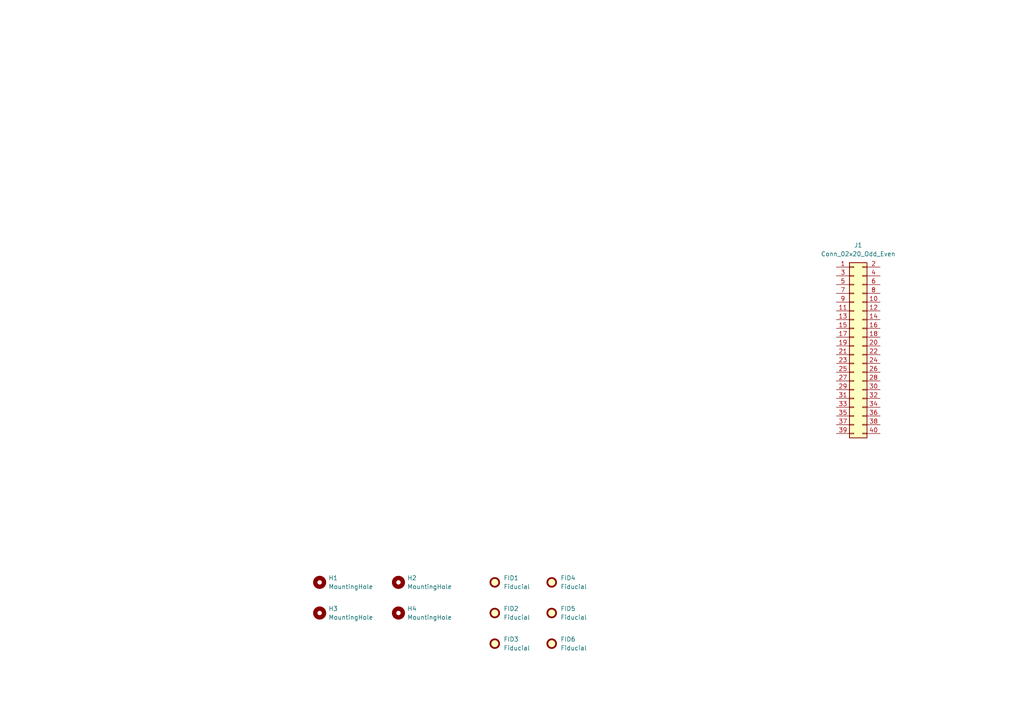
<source format=kicad_sch>
(kicad_sch (version 20231120) (generator "eeschema") (generator_version "8.0")
  (paper "A4")
  (lib_symbols
    (symbol "Connector_Generic:Conn_02x20_Odd_Even" (pin_names (offset 1.016) hide)
      (property "Reference" "J" (at 1.27 25.4 0))
      (property "Value" "Conn_02x20_Odd_Even" (at 1.27 -27.94 0))
      (symbol "Conn_02x20_Odd_Even_1_1"
        (rectangle (start -1.27 -25.273) (end 0 -25.527) (stroke (width 0.1524)))
        (rectangle (start -1.27 -22.733) (end 0 -22.987) (stroke (width 0.1524)))
        (rectangle (start -1.27 -20.193) (end 0 -20.447) (stroke (width 0.1524)))
        (rectangle (start -1.27 -17.653) (end 0 -17.907) (stroke (width 0.1524)))
        (rectangle (start -1.27 -15.113) (end 0 -15.367) (stroke (width 0.1524)))
        (rectangle (start -1.27 -12.573) (end 0 -12.827) (stroke (width 0.1524)))
        (rectangle (start -1.27 -10.033) (end 0 -10.287) (stroke (width 0.1524)))
        (rectangle (start -1.27 -7.493) (end 0 -7.747) (stroke (width 0.1524)))
        (rectangle (start -1.27 -4.953) (end 0 -5.207) (stroke (width 0.1524)))
        (rectangle (start -1.27 -2.413) (end 0 -2.667) (stroke (width 0.1524)))
        (rectangle (start -1.27 0.127) (end 0 -0.127) (stroke (width 0.1524)))
        (rectangle (start -1.27 2.667) (end 0 2.413) (stroke (width 0.1524)))
        (rectangle (start -1.27 5.207) (end 0 4.953) (stroke (width 0.1524)))
        (rectangle (start -1.27 7.747) (end 0 7.493) (stroke (width 0.1524)))
        (rectangle (start -1.27 10.287) (end 0 10.033) (stroke (width 0.1524)))
        (rectangle (start -1.27 12.827) (end 0 12.573) (stroke (width 0.1524)))
        (rectangle (start -1.27 15.367) (end 0 15.113) (stroke (width 0.1524)))
        (rectangle (start -1.27 17.907) (end 0 17.653) (stroke (width 0.1524)))
        (rectangle (start -1.27 20.447) (end 0 20.193) (stroke (width 0.1524)))
        (rectangle (start -1.27 22.987) (end 0 22.733) (stroke (width 0.1524)))
        (rectangle (start -1.27 24.13) (end 3.81 -26.67) (stroke (width 0.254)) (fill (type background)))
        (rectangle (start 3.81 -25.273) (end 2.54 -25.527) (stroke (width 0.1524)))
        (rectangle (start 3.81 -22.733) (end 2.54 -22.987) (stroke (width 0.1524)))
        (rectangle (start 3.81 -20.193) (end 2.54 -20.447) (stroke (width 0.1524)))
        (rectangle (start 3.81 -17.653) (end 2.54 -17.907) (stroke (width 0.1524)))
        (rectangle (start 3.81 -15.113) (end 2.54 -15.367) (stroke (width 0.1524)))
        (rectangle (start 3.81 -12.573) (end 2.54 -12.827) (stroke (width 0.1524)))
        (rectangle (start 3.81 -10.033) (end 2.54 -10.287) (stroke (width 0.1524)))
        (rectangle (start 3.81 -7.493) (end 2.54 -7.747) (stroke (width 0.1524)))
        (rectangle (start 3.81 -4.953) (end 2.54 -5.207) (stroke (width 0.1524)))
        (rectangle (start 3.81 -2.413) (end 2.54 -2.667) (stroke (width 0.1524)))
        (rectangle (start 3.81 0.127) (end 2.54 -0.127) (stroke (width 0.1524)))
        (rectangle (start 3.81 2.667) (end 2.54 2.413) (stroke (width 0.1524)))
        (rectangle (start 3.81 5.207) (end 2.54 4.953) (stroke (width 0.1524)))
        (rectangle (start 3.81 7.747) (end 2.54 7.493) (stroke (width 0.1524)))
        (rectangle (start 3.81 10.287) (end 2.54 10.033) (stroke (width 0.1524)))
        (rectangle (start 3.81 12.827) (end 2.54 12.573) (stroke (width 0.1524)))
        (rectangle (start 3.81 15.367) (end 2.54 15.113) (stroke (width 0.1524)))
        (rectangle (start 3.81 17.907) (end 2.54 17.653) (stroke (width 0.1524)))
        (rectangle (start 3.81 20.447) (end 2.54 20.193) (stroke (width 0.1524)))
        (rectangle (start 3.81 22.987) (end 2.54 22.733) (stroke (width 0.1524)))
        (pin passive line (at -5.08 22.86 0) (length 3.81) (name "Pin_1") (number "1"))
        (pin passive line (at 7.62 12.7 180) (length 3.81) (name "Pin_10") (number "10"))
        (pin passive line (at -5.08 10.16 0) (length 3.81) (name "Pin_11") (number "11"))
        (pin passive line (at 7.62 10.16 180) (length 3.81) (name "Pin_12") (number "12"))
        (pin passive line (at -5.08 7.62 0) (length 3.81) (name "Pin_13") (number "13"))
        (pin passive line (at 7.62 7.62 180) (length 3.81) (name "Pin_14") (number "14"))
        (pin passive line (at -5.08 5.08 0) (length 3.81) (name "Pin_15") (number "15"))
        (pin passive line (at 7.62 5.08 180) (length 3.81) (name "Pin_16") (number "16"))
        (pin passive line (at -5.08 2.54 0) (length 3.81) (name "Pin_17") (number "17"))
        (pin passive line (at 7.62 2.54 180) (length 3.81) (name "Pin_18") (number "18"))
        (pin passive line (at -5.08 0 0) (length 3.81) (name "Pin_19") (number "19"))
        (pin passive line (at 7.62 22.86 180) (length 3.81) (name "Pin_2") (number "2"))
        (pin passive line (at 7.62 0 180) (length 3.81) (name "Pin_20") (number "20"))
        (pin passive line (at -5.08 -2.54 0) (length 3.81) (name "Pin_21") (number "21"))
        (pin passive line (at 7.62 -2.54 180) (length 3.81) (name "Pin_22") (number "22"))
        (pin passive line (at -5.08 -5.08 0) (length 3.81) (name "Pin_23") (number "23"))
        (pin passive line (at 7.62 -5.08 180) (length 3.81) (name "Pin_24") (number "24"))
        (pin passive line (at -5.08 -7.62 0) (length 3.81) (name "Pin_25") (number "25"))
        (pin passive line (at 7.62 -7.62 180) (length 3.81) (name "Pin_26") (number "26"))
        (pin passive line (at -5.08 -10.16 0) (length 3.81) (name "Pin_27") (number "27"))
        (pin passive line (at 7.62 -10.16 180) (length 3.81) (name "Pin_28") (number "28"))
        (pin passive line (at -5.08 -12.7 0) (length 3.81) (name "Pin_29") (number "29"))
        (pin passive line (at -5.08 20.32 0) (length 3.81) (name "Pin_3") (number "3"))
        (pin passive line (at 7.62 -12.7 180) (length 3.81) (name "Pin_30") (number "30"))
        (pin passive line (at -5.08 -15.24 0) (length 3.81) (name "Pin_31") (number "31"))
        (pin passive line (at 7.62 -15.24 180) (length 3.81) (name "Pin_32") (number "32"))
        (pin passive line (at -5.08 -17.78 0) (length 3.81) (name "Pin_33") (number "33"))
        (pin passive line (at 7.62 -17.78 180) (length 3.81) (name "Pin_34") (number "34"))
        (pin passive line (at -5.08 -20.32 0) (length 3.81) (name "Pin_35") (number "35"))
        (pin passive line (at 7.62 -20.32 180) (length 3.81) (name "Pin_36") (number "36"))
        (pin passive line (at -5.08 -22.86 0) (length 3.81) (name "Pin_37") (number "37"))
        (pin passive line (at 7.62 -22.86 180) (length 3.81) (name "Pin_38") (number "38"))
        (pin passive line (at -5.08 -25.4 0) (length 3.81) (name "Pin_39") (number "39"))
        (pin passive line (at 7.62 20.32 180) (length 3.81) (name "Pin_4") (number "4"))
        (pin passive line (at 7.62 -25.4 180) (length 3.81) (name "Pin_40") (number "40"))
        (pin passive line (at -5.08 17.78 0) (length 3.81) (name "Pin_5") (number "5"))
        (pin passive line (at 7.62 17.78 180) (length 3.81) (name "Pin_6") (number "6"))
        (pin passive line (at -5.08 15.24 0) (length 3.81) (name "Pin_7") (number "7"))
        (pin passive line (at 7.62 15.24 180) (length 3.81) (name "Pin_8") (number "8"))
        (pin passive line (at -5.08 12.7 0) (length 3.81) (name "Pin_9") (number "9"))
      )
    )
    (symbol "Mechanical:Fiducial" (exclude_from_sim yes) (in_bom no)
      (property "Reference" "FID" (at 0 5.08 0))
      (property "Value" "Fiducial" (at 0 3.175 0))
      (symbol "Fiducial_0_1"
        (circle (center 0 0) (radius 1.27) (stroke (width 0.508)) (fill (type background)))
      )
    )
    (symbol "Mechanical:MountingHole" (pin_names (offset 1.016)) (exclude_from_sim yes) (in_bom no)
      (property "Reference" "H" (at 0 5.08 0))
      (property "Value" "MountingHole" (at 0 3.175 0))
      (symbol "MountingHole_0_1"
        (circle (center 0 0) (radius 1.27) (stroke (width 1.27)))
      )
    )
  )
  (symbol (lib_id "Mechanical:MountingHole") (at 92.71 168.91 0) (unit 1) (exclude_from_sim yes) (in_bom no)
    (property "Reference" "H1" (at 95.25 167.6399 0) (effects (justify left)))
    (property "Value" "MountingHole" (at 95.25 170.1799 0) (effects (justify left)))
    (property "Footprint" "MountingHole:MountingHole_3.2mm_M3_Pad" (effects (hide yes)))
    (property "Description" "Mounting Hole without connection" (effects (hide yes)))
  )
  (symbol (lib_id "Mechanical:Fiducial") (at 143.51 186.69 0) (unit 1) (exclude_from_sim yes) (in_bom no)
    (property "Reference" "FID3" (at 146.05 185.4199 0) (effects (justify left)))
    (property "Value" "Fiducial" (at 146.05 187.9599 0) (effects (justify left)))
    (property "Footprint" "Fiducial:Fiducial_1mm_Mask3mm" (effects (hide yes)))
    (property "Description" "Fiducial Marker" (effects (hide yes)))
  )
  (symbol (lib_id "Mechanical:Fiducial") (at 143.51 168.91 0) (unit 1) (exclude_from_sim yes) (in_bom no)
    (property "Reference" "FID1" (at 146.05 167.6399 0) (effects (justify left)))
    (property "Value" "Fiducial" (at 146.05 170.1799 0) (effects (justify left)))
    (property "Footprint" "Fiducial:Fiducial_1mm_Mask3mm" (effects (hide yes)))
    (property "Description" "Fiducial Marker" (effects (hide yes)))
  )
  (symbol (lib_id "Mechanical:Fiducial") (at 160.02 177.8 0) (unit 1) (exclude_from_sim yes) (in_bom no)
    (property "Reference" "FID5" (at 162.56 176.5299 0) (effects (justify left)))
    (property "Value" "Fiducial" (at 162.56 179.0699 0) (effects (justify left)))
    (property "Footprint" "Fiducial:Fiducial_1mm_Mask3mm" (effects (hide yes)))
    (property "Description" "Fiducial Marker" (effects (hide yes)))
  )
  (symbol (lib_id "Mechanical:MountingHole") (at 92.71 177.8 0) (unit 1) (exclude_from_sim yes) (in_bom no)
    (property "Reference" "H3" (at 95.25 176.5299 0) (effects (justify left)))
    (property "Value" "MountingHole" (at 95.25 179.0699 0) (effects (justify left)))
    (property "Footprint" "MountingHole:MountingHole_3.2mm_M3_Pad" (effects (hide yes)))
    (property "Description" "Mounting Hole without connection" (effects (hide yes)))
  )
  (symbol (lib_id "Mechanical:MountingHole") (at 115.57 177.8 0) (unit 1) (exclude_from_sim yes) (in_bom no)
    (property "Reference" "H4" (at 118.11 176.5299 0) (effects (justify left)))
    (property "Value" "MountingHole" (at 118.11 179.0699 0) (effects (justify left)))
    (property "Footprint" "MountingHole:MountingHole_3.2mm_M3_Pad" (effects (hide yes)))
    (property "Description" "Mounting Hole without connection" (effects (hide yes)))
  )
  (symbol (lib_id "Mechanical:MountingHole") (at 115.57 168.91 0) (unit 1) (exclude_from_sim yes) (in_bom no)
    (property "Reference" "H2" (at 118.11 167.6399 0) (effects (justify left)))
    (property "Value" "MountingHole" (at 118.11 170.1799 0) (effects (justify left)))
    (property "Footprint" "MountingHole:MountingHole_3.2mm_M3_Pad" (effects (hide yes)))
    (property "Description" "Mounting Hole without connection" (effects (hide yes)))
  )
  (symbol (lib_id "Mechanical:Fiducial") (at 160.02 168.91 0) (unit 1) (exclude_from_sim yes) (in_bom no)
    (property "Reference" "FID4" (at 162.56 167.6399 0) (effects (justify left)))
    (property "Value" "Fiducial" (at 162.56 170.1799 0) (effects (justify left)))
    (property "Footprint" "Fiducial:Fiducial_1mm_Mask3mm" (effects (hide yes)))
    (property "Description" "Fiducial Marker" (effects (hide yes)))
  )
  (symbol (lib_id "Connector_Generic:Conn_02x20_Odd_Even") (at 247.65 100.33 0) (unit 1)
    (property "Reference" "J1" (at 248.92 71.12 0))
    (property "Value" "Conn_02x20_Odd_Even" (at 248.92 73.66 0))
    (property "Footprint" "Connector_PinHeader_2.54mm:PinHeader_2x20_P2.54mm_Vertical" (effects (hide yes)))
    (property "Description" "Generic connector, double row, 02x20, odd/even pin numbering scheme (row 1 odd numbers, row 2 even numbers), script generated (kicad-library-utils/schlib/autogen/connector/)" (effects (hide yes)))
  )
  (symbol (lib_id "Mechanical:Fiducial") (at 160.02 186.69 0) (unit 1) (exclude_from_sim yes) (in_bom no)
    (property "Reference" "FID6" (at 162.56 185.4199 0) (effects (justify left)))
    (property "Value" "Fiducial" (at 162.56 187.9599 0) (effects (justify left)))
    (property "Footprint" "Fiducial:Fiducial_1mm_Mask3mm" (effects (hide yes)))
    (property "Description" "Fiducial Marker" (effects (hide yes)))
  )
  (symbol (lib_id "Mechanical:Fiducial") (at 143.51 177.8 0) (unit 1) (exclude_from_sim yes) (in_bom no)
    (property "Reference" "FID2" (at 146.05 176.5299 0) (effects (justify left)))
    (property "Value" "Fiducial" (at 146.05 179.0699 0) (effects (justify left)))
    (property "Footprint" "Fiducial:Fiducial_1mm_Mask3mm" (effects (hide yes)))
    (property "Description" "Fiducial Marker" (effects (hide yes)))
  )
)
</source>
